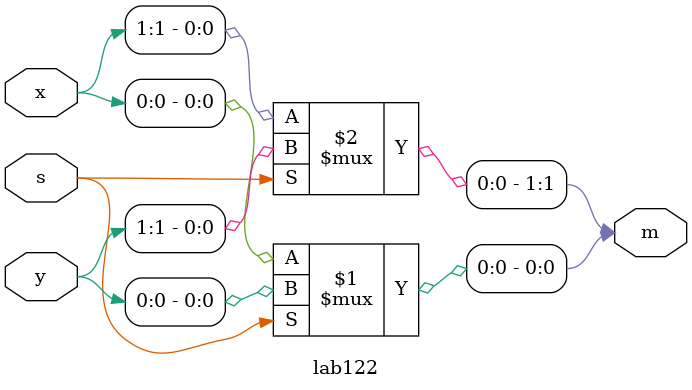
<source format=v>
`timescale 1ns / 1ps


module lab122(
    input [1:0] x,
    input [1:0] y,
    input s,
    output [1:0] m
    );
    
    assign m[0]= (s)?y[0]:x[0];
    assign m[1]= (s)?y[1]:x[1];
    
endmodule

</source>
